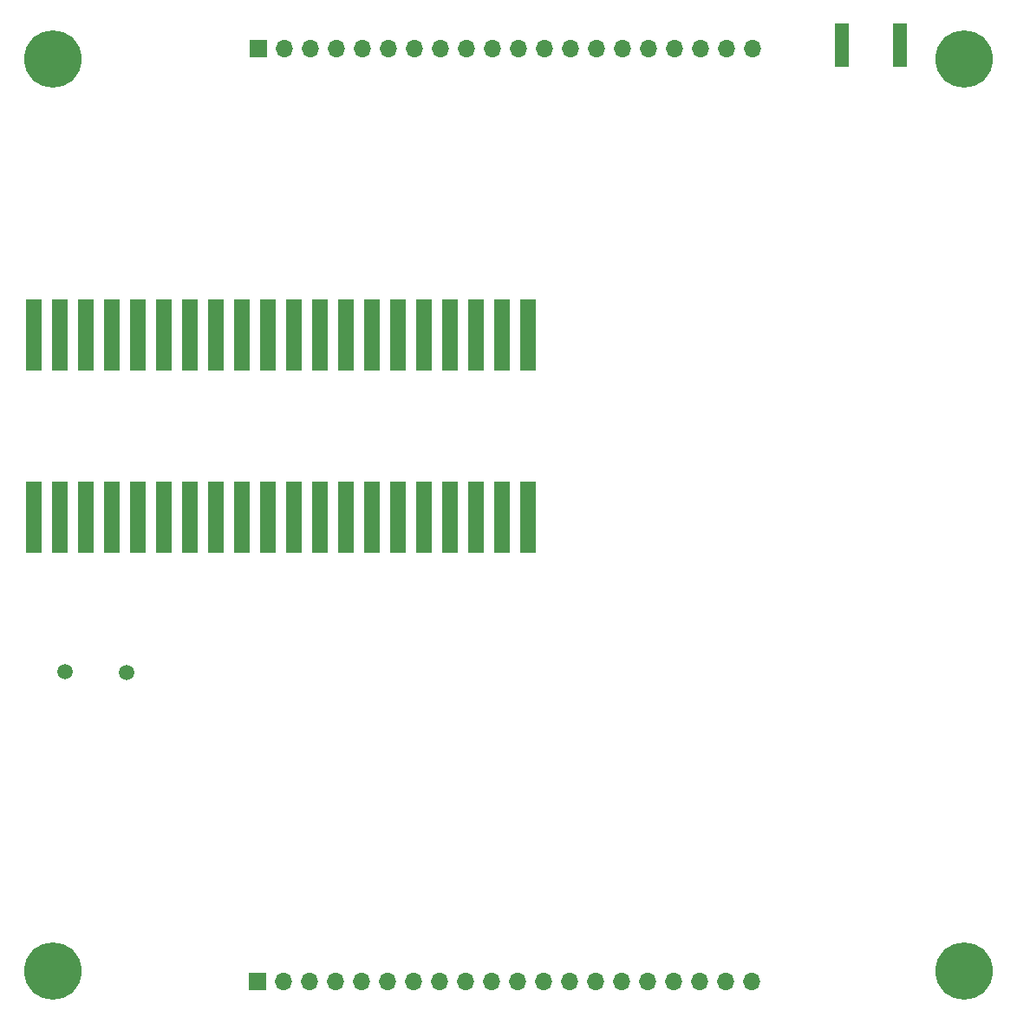
<source format=gbr>
%TF.GenerationSoftware,KiCad,Pcbnew,(5.1.12)-1*%
%TF.CreationDate,2024-04-15T13:07:49-04:00*%
%TF.ProjectId,QO100_TX,514f3130-305f-4545-982e-6b696361645f,rev?*%
%TF.SameCoordinates,Original*%
%TF.FileFunction,Soldermask,Bot*%
%TF.FilePolarity,Negative*%
%FSLAX46Y46*%
G04 Gerber Fmt 4.6, Leading zero omitted, Abs format (unit mm)*
G04 Created by KiCad (PCBNEW (5.1.12)-1) date 2024-04-15 13:07:49*
%MOMM*%
%LPD*%
G01*
G04 APERTURE LIST*
%ADD10R,1.500000X7.000000*%
%ADD11R,1.350000X4.200000*%
%ADD12C,1.500000*%
%ADD13C,5.600000*%
%ADD14O,1.700000X1.700000*%
%ADD15R,1.700000X1.700000*%
G04 APERTURE END LIST*
D10*
%TO.C,U1*%
X57100000Y-158980000D03*
X59640000Y-158980000D03*
X62180000Y-158980000D03*
X64720000Y-158980000D03*
X67260000Y-158980000D03*
X69800000Y-158980000D03*
X72340000Y-158980000D03*
X74880000Y-158980000D03*
X77420000Y-158980000D03*
X79960000Y-158980000D03*
X82500000Y-158980000D03*
X85040000Y-158980000D03*
X87580000Y-158980000D03*
X90120000Y-158980000D03*
X92660000Y-158980000D03*
X95200000Y-158980000D03*
X97740000Y-158980000D03*
X100280000Y-158980000D03*
X102820000Y-158980000D03*
X105360000Y-158980000D03*
X105360000Y-176760000D03*
X102820000Y-176760000D03*
X100280000Y-176760000D03*
X97740000Y-176760000D03*
X95200000Y-176760000D03*
X92660000Y-176760000D03*
X90120000Y-176760000D03*
X87580000Y-176760000D03*
X85040000Y-176760000D03*
X82500000Y-176760000D03*
X79960000Y-176760000D03*
X77420000Y-176760000D03*
X74880000Y-176760000D03*
X72340000Y-176760000D03*
X69800000Y-176760000D03*
X67260000Y-176760000D03*
X64720000Y-176760000D03*
X62180000Y-176760000D03*
X59640000Y-176760000D03*
X57100000Y-176760000D03*
%TD*%
D11*
%TO.C,J5*%
X136075000Y-130700000D03*
X141725000Y-130700000D03*
%TD*%
D12*
%TO.C,J3*%
X60200000Y-191800000D03*
X66200000Y-191900000D03*
%TD*%
D13*
%TO.C,H4*%
X148000000Y-221000000D03*
%TD*%
%TO.C,H3*%
X59000000Y-221000000D03*
%TD*%
%TO.C,H2*%
X148000000Y-132000000D03*
%TD*%
%TO.C,H1*%
X59000000Y-132000000D03*
%TD*%
D14*
%TO.C,J2*%
X127260000Y-222000000D03*
X124720000Y-222000000D03*
X122180000Y-222000000D03*
X119640000Y-222000000D03*
X117100000Y-222000000D03*
X114560000Y-222000000D03*
X112020000Y-222000000D03*
X109480000Y-222000000D03*
X106940000Y-222000000D03*
X104400000Y-222000000D03*
X101860000Y-222000000D03*
X99320000Y-222000000D03*
X96780000Y-222000000D03*
X94240000Y-222000000D03*
X91700000Y-222000000D03*
X89160000Y-222000000D03*
X86620000Y-222000000D03*
X84080000Y-222000000D03*
X81540000Y-222000000D03*
D15*
X79000000Y-222000000D03*
%TD*%
D14*
%TO.C,J1*%
X127320000Y-131000000D03*
X124780000Y-131000000D03*
X122240000Y-131000000D03*
X119700000Y-131000000D03*
X117160000Y-131000000D03*
X114620000Y-131000000D03*
X112080000Y-131000000D03*
X109540000Y-131000000D03*
X107000000Y-131000000D03*
X104460000Y-131000000D03*
X101920000Y-131000000D03*
X99380000Y-131000000D03*
X96840000Y-131000000D03*
X94300000Y-131000000D03*
X91760000Y-131000000D03*
X89220000Y-131000000D03*
X86680000Y-131000000D03*
X84140000Y-131000000D03*
X81600000Y-131000000D03*
D15*
X79060000Y-131000000D03*
%TD*%
M02*

</source>
